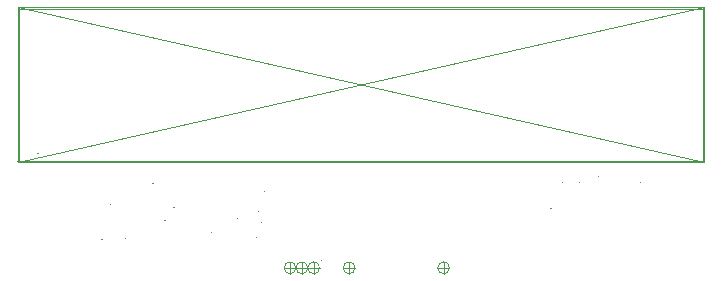
<source format=gbr>
%TF.GenerationSoftware,KiCad,Pcbnew,9.0.0*%
%TF.CreationDate,2025-03-31T15:03:09+01:00*%
%TF.ProjectId,vm_jacdaptor_no_swdio_0.1,766d5f6a-6163-4646-9170-746f725f6e6f,v0.1*%
%TF.SameCoordinates,PX58b1140PY3fe56c0*%
%TF.FileFunction,AssemblyDrawing,Top*%
%FSLAX45Y45*%
G04 Gerber Fmt 4.5, Leading zero omitted, Abs format (unit mm)*
G04 Created by KiCad (PCBNEW 9.0.0) date 2025-03-31 15:03:09*
%MOMM*%
%LPD*%
G01*
G04 APERTURE LIST*
%ADD10C,0.100000*%
%ADD11C,0.060000*%
G04 APERTURE END LIST*
D10*
%TO.C,GS3*%
X-450000Y-1100000D02*
X-350000Y-1100000D01*
X-400000Y-1050000D02*
X-400000Y-1150000D01*
X-350000Y-1100000D02*
G75*
G02*
X-450000Y-1100000I-50000J0D01*
G01*
X-450000Y-1100000D02*
G75*
G02*
X-350000Y-1100000I50000J0D01*
G01*
D11*
%TO.C,R4*%
X1713000Y-380000D02*
G75*
G02*
X1707000Y-380000I-3000J0D01*
G01*
X1707000Y-380000D02*
G75*
G02*
X1713000Y-380000I3000J0D01*
G01*
%TO.C,R1*%
X-1577000Y-590000D02*
G75*
G02*
X-1583000Y-590000I-3000J0D01*
G01*
X-1583000Y-590000D02*
G75*
G02*
X-1577000Y-590000I3000J0D01*
G01*
%TO.C,C7*%
X-1262000Y-800000D02*
G75*
G02*
X-1268000Y-800000I-3000J0D01*
G01*
X-1268000Y-800000D02*
G75*
G02*
X-1262000Y-800000I3000J0D01*
G01*
D10*
%TO.C,GS1*%
X-150000Y-1100000D02*
X-50000Y-1100000D01*
X-100000Y-1050000D02*
X-100000Y-1150000D01*
X-50000Y-1100000D02*
G75*
G02*
X-150000Y-1100000I-50000J0D01*
G01*
X-150000Y-1100000D02*
G75*
G02*
X-50000Y-1100000I50000J0D01*
G01*
D11*
%TO.C,U2*%
X2016000Y-330000D02*
G75*
G02*
X2010000Y-330000I-3000J0D01*
G01*
X2010000Y-330000D02*
G75*
G02*
X2016000Y-330000I3000J0D01*
G01*
%TO.C,C2*%
X-1657000Y-700000D02*
G75*
G02*
X-1663000Y-700000I-3000J0D01*
G01*
X-1663000Y-700000D02*
G75*
G02*
X-1657000Y-700000I3000J0D01*
G01*
%TO.C,R2*%
X-1757000Y-385000D02*
G75*
G02*
X-1763000Y-385000I-3000J0D01*
G01*
X-1763000Y-385000D02*
G75*
G02*
X-1757000Y-385000I3000J0D01*
G01*
%TO.C,L1*%
X-2187000Y-860000D02*
G75*
G02*
X-2193000Y-860000I-3000J0D01*
G01*
X-2193000Y-860000D02*
G75*
G02*
X-2187000Y-860000I3000J0D01*
G01*
%TO.C,C1*%
X-2117000Y-560000D02*
G75*
G02*
X-2123000Y-560000I-3000J0D01*
G01*
X-2123000Y-560000D02*
G75*
G02*
X-2117000Y-560000I3000J0D01*
G01*
%TO.C,C6*%
X1853000Y-380000D02*
G75*
G02*
X1847000Y-380000I-3000J0D01*
G01*
X1847000Y-380000D02*
G75*
G02*
X1853000Y-380000I3000J0D01*
G01*
%TO.C,U3*%
X-1042000Y-685000D02*
G75*
G02*
X-1048000Y-685000I-3000J0D01*
G01*
X-1048000Y-685000D02*
G75*
G02*
X-1042000Y-685000I3000J0D01*
G01*
%TO.C,C5*%
X2373000Y-380000D02*
G75*
G02*
X2367000Y-380000I-3000J0D01*
G01*
X2367000Y-380000D02*
G75*
G02*
X2373000Y-380000I3000J0D01*
G01*
%TO.C,R3*%
X-862000Y-620000D02*
G75*
G02*
X-868000Y-620000I-3000J0D01*
G01*
X-868000Y-620000D02*
G75*
G02*
X-862000Y-620000I3000J0D01*
G01*
%TO.C,C3*%
X-842000Y-720000D02*
G75*
G02*
X-848000Y-720000I-3000J0D01*
G01*
X-848000Y-720000D02*
G75*
G02*
X-842000Y-720000I3000J0D01*
G01*
%TO.C,U1*%
X-1992000Y-850000D02*
G75*
G02*
X-1998000Y-850000I-3000J0D01*
G01*
X-1998000Y-850000D02*
G75*
G02*
X-1992000Y-850000I3000J0D01*
G01*
D10*
%TO.C,GS14*%
X-550000Y-1100000D02*
X-450000Y-1100000D01*
X-500000Y-1050000D02*
X-500000Y-1150000D01*
X-450000Y-1100000D02*
G75*
G02*
X-550000Y-1100000I-50000J0D01*
G01*
X-550000Y-1100000D02*
G75*
G02*
X-450000Y-1100000I50000J0D01*
G01*
D11*
%TO.C,SW1*%
X-332000Y-1034500D02*
G75*
G02*
X-338000Y-1034500I-3000J0D01*
G01*
X-338000Y-1034500D02*
G75*
G02*
X-332000Y-1034500I3000J0D01*
G01*
D10*
%TO.C,GS2*%
X650000Y-1100000D02*
X750000Y-1100000D01*
X700000Y-1050000D02*
X700000Y-1150000D01*
X750000Y-1100000D02*
G75*
G02*
X650000Y-1100000I-50000J0D01*
G01*
X650000Y-1100000D02*
G75*
G02*
X750000Y-1100000I50000J0D01*
G01*
X-2900000Y1095000D02*
X2900000Y1095000D01*
X2900000Y1105000D02*
G75*
G02*
X2900000Y1095000I0J-5000D01*
G01*
X2900000Y1105000D02*
X-2900000Y1105000D01*
X-2900000Y1105000D02*
G75*
G03*
X-2900000Y1095000I0J-5000D01*
G01*
X2895000Y1100000D02*
X2895000Y-200000D01*
X2905000Y-200000D02*
G75*
G02*
X2895000Y-200000I-5000J0D01*
G01*
X2905000Y-200000D02*
X2905000Y1100000D01*
X2905000Y1100000D02*
G75*
G03*
X2895000Y1100000I-5000J0D01*
G01*
X2900000Y-195000D02*
X-2900000Y-195000D01*
X-2900000Y-205000D02*
G75*
G02*
X-2900000Y-195000I0J5000D01*
G01*
X-2900000Y-205000D02*
X2900000Y-205000D01*
X2900000Y-205000D02*
G75*
G03*
X2900000Y-195000I0J5000D01*
G01*
X-2895000Y-200000D02*
X-2895000Y1100000D01*
X-2905000Y1100000D02*
G75*
G02*
X-2895000Y1100000I5000J0D01*
G01*
X-2905000Y1100000D02*
X-2905000Y-200000D01*
X-2905000Y-200000D02*
G75*
G03*
X-2895000Y-200000I5000J0D01*
G01*
D11*
%TO.C,J1*%
D10*
X-2725000Y-131000D02*
G75*
G02*
X-2735000Y-131000I-5000J0D01*
G01*
X-2735000Y-131000D02*
G75*
G02*
X-2725000Y-131000I5000J0D01*
G01*
X-2729000Y-131000D02*
G75*
G02*
X-2731000Y-131000I-1000J0D01*
G01*
X-2731000Y-131000D02*
G75*
G02*
X-2729000Y-131000I1000J0D01*
G01*
%TO.C,GS13*%
X-650000Y-1100000D02*
X-550000Y-1100000D01*
X-600000Y-1050000D02*
X-600000Y-1150000D01*
X-550000Y-1100000D02*
G75*
G02*
X-650000Y-1100000I-50000J0D01*
G01*
X-650000Y-1100000D02*
G75*
G02*
X-550000Y-1100000I50000J0D01*
G01*
D11*
%TO.C,C4*%
X-812000Y-450000D02*
G75*
G02*
X-818000Y-450000I-3000J0D01*
G01*
X-818000Y-450000D02*
G75*
G02*
X-812000Y-450000I3000J0D01*
G01*
%TO.C,D2*%
X-882000Y-845000D02*
G75*
G02*
X-888000Y-845000I-3000J0D01*
G01*
X-888000Y-845000D02*
G75*
G02*
X-882000Y-845000I3000J0D01*
G01*
%TO.C,D1*%
X1613000Y-600000D02*
G75*
G02*
X1607000Y-600000I-3000J0D01*
G01*
X1607000Y-600000D02*
G75*
G02*
X1613000Y-600000I3000J0D01*
G01*
%TD*%
D10*
X-2905000Y1105000D02*
X2905000Y-205000D01*
X-2905000Y-205000D02*
X2905000Y1105000D01*
M02*

</source>
